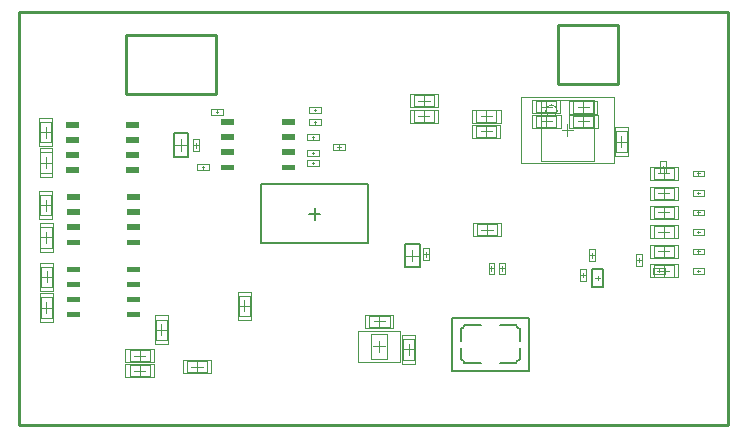
<source format=gko>
G04*
G04 #@! TF.GenerationSoftware,Altium Limited,Altium Designer,18.0.12 (696)*
G04*
G04 Layer_Color=16711935*
%FSLAX44Y44*%
%MOMM*%
G71*
G01*
G75*
%ADD14C,0.2540*%
%ADD15C,0.2000*%
%ADD19C,0.1270*%
%ADD20C,0.1000*%
%ADD21C,0.0500*%
G36*
X233180Y253840D02*
X222198D01*
Y258759D01*
X233180D01*
Y253840D01*
D02*
G37*
G36*
X182180D02*
X171085D01*
Y258806D01*
X182180D01*
Y253840D01*
D02*
G37*
G36*
X101704Y251804D02*
X90722D01*
Y256723D01*
X101704D01*
Y251804D01*
D02*
G37*
G36*
X50704D02*
X39609D01*
Y256770D01*
X50704D01*
Y251804D01*
D02*
G37*
G36*
X233180Y241140D02*
X222216D01*
Y246056D01*
X233180D01*
Y241140D01*
D02*
G37*
G36*
X182180D02*
X171096D01*
Y246064D01*
X182180D01*
Y241140D01*
D02*
G37*
G36*
X101704Y239104D02*
X90740D01*
Y244020D01*
X101704D01*
Y239104D01*
D02*
G37*
G36*
X50704D02*
X39620D01*
Y244028D01*
X50704D01*
Y239104D01*
D02*
G37*
G36*
X233180Y228440D02*
X222227D01*
Y233331D01*
X233180D01*
Y228440D01*
D02*
G37*
G36*
X182180D02*
X171150D01*
Y233336D01*
X182180D01*
Y228440D01*
D02*
G37*
G36*
X101704Y226404D02*
X90751D01*
Y231295D01*
X101704D01*
Y226404D01*
D02*
G37*
G36*
X50704D02*
X39674D01*
Y231300D01*
X50704D01*
Y226404D01*
D02*
G37*
G36*
X233180Y215740D02*
X222219D01*
Y220607D01*
X233180D01*
Y215740D01*
D02*
G37*
G36*
X182180D02*
X171150D01*
Y220624D01*
X182180D01*
Y215740D01*
D02*
G37*
G36*
X101704Y213704D02*
X90743D01*
Y218571D01*
X101704D01*
Y213704D01*
D02*
G37*
G36*
X50704D02*
X39674D01*
Y218588D01*
X50704D01*
Y213704D01*
D02*
G37*
G36*
X102212Y190336D02*
X91230D01*
Y195255D01*
X102212D01*
Y190336D01*
D02*
G37*
G36*
X51212D02*
X40117D01*
Y195302D01*
X51212D01*
Y190336D01*
D02*
G37*
G36*
X102212Y177636D02*
X91248D01*
Y182552D01*
X102212D01*
Y177636D01*
D02*
G37*
G36*
X51212D02*
X40128D01*
Y182560D01*
X51212D01*
Y177636D01*
D02*
G37*
G36*
X102212Y164936D02*
X91259D01*
Y169827D01*
X102212D01*
Y164936D01*
D02*
G37*
G36*
X51212D02*
X40182D01*
Y169832D01*
X51212D01*
Y164936D01*
D02*
G37*
G36*
X102212Y152236D02*
X91251D01*
Y157103D01*
X102212D01*
Y152236D01*
D02*
G37*
G36*
X51212D02*
X40182D01*
Y157120D01*
X51212D01*
Y152236D01*
D02*
G37*
G36*
X102356Y129204D02*
X91374D01*
Y134123D01*
X102356D01*
Y129204D01*
D02*
G37*
G36*
X51356D02*
X40261D01*
Y134170D01*
X51356D01*
Y129204D01*
D02*
G37*
G36*
X102356Y116504D02*
X91392D01*
Y121420D01*
X102356D01*
Y116504D01*
D02*
G37*
G36*
X51356D02*
X40272D01*
Y121428D01*
X51356D01*
Y116504D01*
D02*
G37*
G36*
X102356Y103804D02*
X91403D01*
Y108695D01*
X102356D01*
Y103804D01*
D02*
G37*
G36*
X51356D02*
X40326D01*
Y108700D01*
X51356D01*
Y103804D01*
D02*
G37*
G36*
X102356Y91104D02*
X91395D01*
Y95971D01*
X102356D01*
Y91104D01*
D02*
G37*
G36*
X51356D02*
X40326D01*
Y95988D01*
X51356D01*
Y91104D01*
D02*
G37*
D14*
X89990Y280468D02*
X166190D01*
X89990D02*
Y330252D01*
X166190D01*
Y280468D02*
Y330252D01*
X455930Y289052D02*
Y338836D01*
Y289052D02*
X506730D01*
Y338836D01*
X455930D02*
X506730D01*
X0Y0D02*
X600000D01*
X0D02*
Y350000D01*
X600000D01*
Y0D02*
Y350000D01*
D15*
X485307Y116710D02*
Y132210D01*
X493807D01*
Y116710D02*
Y132210D01*
X485307Y116710D02*
X493807D01*
X130656Y246982D02*
X143156D01*
X130656Y226982D02*
Y246982D01*
Y226982D02*
X143156D01*
Y246982D01*
X326490Y133510D02*
X338990D01*
Y153510D01*
X326490D02*
X338990D01*
X326490Y133510D02*
Y153510D01*
X205000Y153900D02*
X225000D01*
X205000D02*
Y203900D01*
X295000D01*
Y153900D02*
Y203900D01*
X225000Y153900D02*
X295000D01*
X250000Y173900D02*
Y183900D01*
Y178900D02*
Y183900D01*
X245000Y178900D02*
X250000D01*
X245000D02*
X255000D01*
D19*
X423780Y55580D02*
G03*
X420780Y52580I0J-3000D01*
G01*
X376780D02*
G03*
X373780Y55580I-3000J0D01*
G01*
X420780Y84580D02*
G03*
X423780Y81580I3000J0D01*
G01*
X373780D02*
G03*
X376780Y84580I0J3000D01*
G01*
X366280Y46080D02*
Y91080D01*
X431280D01*
Y46080D02*
Y91080D01*
X366280Y46080D02*
X431280D01*
X423780Y55580D02*
Y65580D01*
X406780Y52580D02*
X420780D01*
X376780D02*
X390780D01*
X373780Y55580D02*
Y65580D01*
X423780Y71580D02*
Y81580D01*
X406780Y84580D02*
X420780D01*
X376780D02*
X390780D01*
X373780Y71580D02*
Y81580D01*
D20*
X455602Y266004D02*
G03*
X455602Y266004I-5000J0D01*
G01*
X482132Y138764D02*
X487132D01*
Y148764D01*
X482132D02*
X487132D01*
X482132Y138764D02*
Y148764D01*
X475020Y122000D02*
X480020D01*
Y132000D01*
X475020D02*
X480020D01*
X475020Y122000D02*
Y132000D01*
X397296Y137588D02*
X402296D01*
Y127588D02*
Y137588D01*
X397296Y127588D02*
X402296D01*
X397296D02*
Y137588D01*
X406440D02*
X411440D01*
Y127588D02*
Y137588D01*
X406440Y127588D02*
X411440D01*
X406440D02*
Y137588D01*
X146852Y241982D02*
X151852D01*
X146852Y231982D02*
Y241982D01*
Y231982D02*
X151852D01*
Y241982D01*
X160496Y215690D02*
Y220690D01*
X150496D02*
X160496D01*
X150496Y215690D02*
Y220690D01*
Y215690D02*
X160496D01*
X162132Y262930D02*
Y267930D01*
Y262930D02*
X172132D01*
Y267930D01*
X162132D02*
X172132D01*
X342178Y139643D02*
X347178D01*
Y149643D01*
X342178D02*
X347178D01*
X342178Y139643D02*
Y149643D01*
X265764Y237958D02*
X275764D01*
X265764Y232958D02*
Y237958D01*
Y232958D02*
X275764D01*
Y237958D01*
X141618Y44780D02*
Y54280D01*
X159118Y44780D02*
Y54280D01*
X141618Y44780D02*
X159118D01*
X141618Y54280D02*
X159118D01*
X185750Y92518D02*
X195250D01*
X185750Y109518D02*
X195250D01*
Y92518D02*
Y109518D01*
X185750Y92518D02*
Y109518D01*
X522010Y134700D02*
X527010D01*
X522010D02*
Y144700D01*
X527010D01*
Y134700D02*
Y144700D01*
X536274Y128310D02*
Y133310D01*
X546274D01*
Y128310D02*
Y133310D01*
X536274Y128310D02*
X546274D01*
X542850Y213440D02*
X547850D01*
X542850D02*
Y223440D01*
X547850D01*
Y213440D02*
Y223440D01*
X387486Y160604D02*
Y170104D01*
X404486Y160604D02*
Y170104D01*
X387486Y160604D02*
X404486D01*
X387486Y170104D02*
X404486D01*
X245190Y264200D02*
Y269200D01*
Y264200D02*
X255190D01*
Y269200D01*
X245190D02*
X255190D01*
Y253790D02*
Y258790D01*
X245190D02*
X255190D01*
X245190Y253790D02*
Y258790D01*
Y253790D02*
X255190D01*
X253666Y241086D02*
Y246086D01*
X243666D02*
X253666D01*
X243666Y241086D02*
Y246086D01*
Y241086D02*
X253666D01*
Y227878D02*
Y232878D01*
X243666D02*
X253666D01*
X243666Y227878D02*
Y232878D01*
Y227878D02*
X253666D01*
X243666Y219496D02*
Y224496D01*
Y219496D02*
X253666D01*
Y224496D01*
X243666D02*
X253666D01*
X569980Y166000D02*
X579980D01*
Y161000D02*
Y166000D01*
X569980Y161000D02*
X579980D01*
X569980D02*
Y166000D01*
Y149490D02*
X579980D01*
Y144490D02*
Y149490D01*
X569980Y144490D02*
X579980D01*
X569980D02*
Y149490D01*
Y132980D02*
X579980D01*
Y127980D02*
Y132980D01*
X569980Y127980D02*
X579980D01*
X569980D02*
Y132980D01*
Y215530D02*
X579980D01*
Y210530D02*
Y215530D01*
X569980Y210530D02*
X579980D01*
X569980D02*
Y215530D01*
Y198870D02*
X579980D01*
Y193870D02*
Y198870D01*
X569980Y193870D02*
X579980D01*
X569980D02*
Y198870D01*
Y182510D02*
X579980D01*
Y177510D02*
Y182510D01*
X569980Y177510D02*
X579980D01*
X569980D02*
Y182510D01*
X537150Y168250D02*
X554150D01*
X537150Y158750D02*
X554150D01*
X537150D02*
Y168250D01*
X554150Y158750D02*
Y168250D01*
X537150Y151740D02*
X554150D01*
X537150Y142240D02*
X554150D01*
X537150D02*
Y151740D01*
X554150Y142240D02*
Y151740D01*
X537150Y135230D02*
X554150D01*
X537150Y125730D02*
X554150D01*
X537150D02*
Y135230D01*
X554150Y125730D02*
Y135230D01*
X537150Y217780D02*
X554150D01*
X537150Y208280D02*
X554150D01*
X537150D02*
Y217780D01*
X554150Y208280D02*
Y217780D01*
X537150Y201120D02*
X554150D01*
X537150Y191620D02*
X554150D01*
X537150D02*
Y201120D01*
X554150Y191620D02*
Y201120D01*
X537150Y184760D02*
X554150D01*
X537150Y175260D02*
X554150D01*
X537150D02*
Y184760D01*
X554150Y175260D02*
Y184760D01*
X468871Y273990D02*
X485872D01*
X468871Y264490D02*
X485872D01*
Y273990D01*
X468871Y264490D02*
Y273990D01*
X437646Y274244D02*
X454646D01*
X437646Y264744D02*
X454646D01*
Y274244D01*
X437646Y264744D02*
Y274244D01*
X437724Y261939D02*
X454724D01*
X437724Y252439D02*
X454724D01*
Y261939D01*
X437724Y252439D02*
Y261939D01*
X486063Y252298D02*
Y261798D01*
X469063Y252298D02*
Y261798D01*
X486063D01*
X469063Y252298D02*
X486063D01*
X386978Y266370D02*
X403978D01*
X386978Y256870D02*
X403978D01*
Y266370D01*
X386978Y256870D02*
Y266370D01*
X386822Y253550D02*
X403822D01*
X386822Y244050D02*
X403822D01*
Y253550D01*
X386822Y244050D02*
Y253550D01*
X334146Y269824D02*
X351146D01*
X334146Y279324D02*
X351146D01*
X334146Y269824D02*
Y279324D01*
X351146Y269824D02*
Y279324D01*
X333892Y256870D02*
X350892D01*
X333892Y266370D02*
X350892D01*
X333892Y256870D02*
Y266370D01*
X350892Y256870D02*
Y266370D01*
X17856Y213446D02*
Y230946D01*
X27356Y213446D02*
Y230946D01*
X17856Y213446D02*
X27356D01*
X17856Y230946D02*
X27356D01*
X296050Y92634D02*
X313550D01*
X296050Y83134D02*
X313550D01*
X296050D02*
Y92634D01*
X313550Y83134D02*
Y92634D01*
X324942Y55508D02*
Y72508D01*
X334442Y55508D02*
Y72508D01*
X324942Y55508D02*
X334442D01*
X324942Y72508D02*
X334442D01*
X311546Y55798D02*
Y77298D01*
X297546Y55798D02*
Y77298D01*
Y55798D02*
X311546D01*
X297546Y77298D02*
X311546D01*
X125146Y72367D02*
Y89367D01*
X115646Y72367D02*
Y89367D01*
X125146D01*
X115646Y72367D02*
X125146D01*
X514394Y231258D02*
Y248758D01*
X504893Y231258D02*
Y248758D01*
X514394D01*
X504893Y231258D02*
X514394D01*
X441602Y224004D02*
Y275004D01*
X486601Y224004D02*
Y275004D01*
X441602D02*
X486601D01*
X441602Y224004D02*
X486601D01*
X110354Y41462D02*
Y50962D01*
X93354Y41462D02*
Y50962D01*
X110354D01*
X93354Y41462D02*
X110354D01*
Y53924D02*
Y63424D01*
X93354Y53924D02*
Y63424D01*
X110354D01*
X93354Y53924D02*
X110354D01*
X18230Y108176D02*
X27730D01*
X18230Y90676D02*
X27730D01*
Y108176D01*
X18230Y90676D02*
Y108176D01*
X17900Y167714D02*
X27400D01*
X17900Y150214D02*
X27400D01*
Y167714D01*
X17900Y150214D02*
Y167714D01*
X17653Y256496D02*
X27153D01*
X17653Y239496D02*
X27153D01*
Y256496D01*
X17653Y239496D02*
Y256496D01*
X17448Y177629D02*
Y194629D01*
X26948Y177629D02*
Y194629D01*
X17448Y177629D02*
X26948D01*
X17448Y194629D02*
X26948D01*
X18409Y116976D02*
Y133976D01*
X27909Y116976D02*
Y133976D01*
X18409Y116976D02*
X27909D01*
X18409Y133976D02*
X27909D01*
X484632Y141764D02*
Y145764D01*
X482632Y143764D02*
X486632D01*
X477520Y125000D02*
Y129000D01*
X475520Y127000D02*
X479520D01*
X487557Y124460D02*
X491557D01*
X489557Y122460D02*
Y126460D01*
X399796Y130588D02*
Y134588D01*
X397796Y132588D02*
X401796D01*
X408940Y130588D02*
Y134588D01*
X406940Y132588D02*
X410940D01*
X149352Y234982D02*
Y238982D01*
X147352Y236982D02*
X151352D01*
X131906D02*
X141906D01*
X136906Y231982D02*
Y241982D01*
X327740Y143510D02*
X337740D01*
X332740Y138510D02*
Y148510D01*
X344678Y142643D02*
Y146643D01*
X342678Y144643D02*
X346678D01*
X270764Y233458D02*
Y237458D01*
X268764Y235458D02*
X272764D01*
X138368Y44030D02*
Y55030D01*
X162368Y44030D02*
Y55030D01*
X138368Y44030D02*
X162368D01*
X138368Y55030D02*
X162368D01*
X145618Y49530D02*
X155118D01*
X150368Y44780D02*
Y54280D01*
X185000Y89018D02*
X196000D01*
X185000Y113018D02*
X196000D01*
Y89018D02*
Y113018D01*
X185000Y89018D02*
Y113018D01*
X190500Y96268D02*
Y105768D01*
X185750Y101018D02*
X195250D01*
X524510Y137700D02*
Y141700D01*
X522510Y139700D02*
X526510D01*
X383986Y159854D02*
Y170854D01*
X407986Y159854D02*
Y170854D01*
X383986Y159854D02*
X407986D01*
X383986Y170854D02*
X407986D01*
X391236Y165354D02*
X400736D01*
X395986Y160604D02*
Y170104D01*
X545650Y158750D02*
Y168250D01*
X540900Y163500D02*
X550400D01*
X533650Y169000D02*
X557650D01*
X533650Y158000D02*
X557650D01*
X533650D02*
Y169000D01*
X557650Y158000D02*
Y169000D01*
X545650Y142240D02*
Y151740D01*
X540900Y146990D02*
X550400D01*
X533650Y152490D02*
X557650D01*
X533650Y141490D02*
X557650D01*
X533650D02*
Y152490D01*
X557650Y141490D02*
Y152490D01*
X545650Y125730D02*
Y135230D01*
X540900Y130480D02*
X550400D01*
X533650Y135980D02*
X557650D01*
X533650Y124980D02*
X557650D01*
X533650D02*
Y135980D01*
X557650Y124980D02*
Y135980D01*
X545650Y208280D02*
Y217780D01*
X540900Y213030D02*
X550400D01*
X533650Y218530D02*
X557650D01*
X533650Y207530D02*
X557650D01*
X533650D02*
Y218530D01*
X557650Y207530D02*
Y218530D01*
X545650Y191620D02*
Y201120D01*
X540900Y196370D02*
X550400D01*
X533650Y201870D02*
X557650D01*
X533650Y190870D02*
X557650D01*
X533650D02*
Y201870D01*
X557650Y190870D02*
Y201870D01*
X545650Y175260D02*
Y184760D01*
X540900Y180010D02*
X550400D01*
X533650Y185510D02*
X557650D01*
X533650Y174510D02*
X557650D01*
X533650D02*
Y185510D01*
X557650Y174510D02*
Y185510D01*
X477371Y264490D02*
Y273990D01*
X472621Y269240D02*
X482122D01*
X465372Y274740D02*
X489371D01*
X465372Y263740D02*
X489371D01*
Y274740D01*
X465372Y263740D02*
Y274740D01*
X446147Y264744D02*
Y274244D01*
X441397Y269494D02*
X450896D01*
X434147Y274994D02*
X458147D01*
X434147Y263994D02*
X458147D01*
Y274994D01*
X434147Y263994D02*
Y274994D01*
X446224Y252439D02*
Y261939D01*
X441474Y257189D02*
X450974D01*
X434224Y262689D02*
X458224D01*
X434224Y251689D02*
X458224D01*
Y262689D01*
X434224Y251689D02*
Y262689D01*
X489563Y251548D02*
Y262548D01*
X465564Y251548D02*
Y262548D01*
X489563D01*
X465564Y251548D02*
X489563D01*
X472813Y257048D02*
X482313D01*
X477564Y252298D02*
Y261798D01*
X395478Y256870D02*
Y266370D01*
X390728Y261620D02*
X400228D01*
X383478Y267120D02*
X407478D01*
X383478Y256120D02*
X407478D01*
Y267120D01*
X383478Y256120D02*
Y267120D01*
X395322Y244050D02*
Y253550D01*
X390572Y248800D02*
X400072D01*
X383322Y254300D02*
X407322D01*
X383322Y243300D02*
X407322D01*
Y254300D01*
X383322Y243300D02*
Y254300D01*
X342646Y269824D02*
Y279324D01*
X337896Y274574D02*
X347396D01*
X330646Y269074D02*
X354646D01*
X330646Y280074D02*
X354646D01*
X330646Y269074D02*
Y280074D01*
X354646Y269074D02*
Y280074D01*
X342392Y256870D02*
Y266370D01*
X337642Y261620D02*
X347142D01*
X330392Y256120D02*
X354392D01*
X330392Y267120D02*
X354392D01*
X330392Y256120D02*
Y267120D01*
X354392Y256120D02*
Y267120D01*
X17856Y222196D02*
X27356D01*
X22606Y217446D02*
Y226946D01*
X17106Y210196D02*
Y234196D01*
X28106Y210196D02*
Y234196D01*
X17106Y210196D02*
X28106D01*
X17106Y234196D02*
X28106D01*
X304800Y83134D02*
Y92634D01*
X300050Y87884D02*
X309550D01*
X292800Y93384D02*
X316800D01*
X292800Y82384D02*
X316800D01*
X292800D02*
Y93384D01*
X316800Y82384D02*
Y93384D01*
X324942Y64008D02*
X334442D01*
X329692Y59258D02*
Y68758D01*
X324192Y52008D02*
Y76008D01*
X335192Y52008D02*
Y76008D01*
X324192Y52008D02*
X335192D01*
X324192Y76008D02*
X335192D01*
X299546Y66548D02*
X309546D01*
X304546Y61548D02*
Y71548D01*
X115646Y80867D02*
X125146D01*
X120396Y76117D02*
Y85617D01*
X125896Y68867D02*
Y92867D01*
X114896Y68867D02*
Y92867D01*
X125896D01*
X114896Y68867D02*
X125896D01*
X504893Y240008D02*
X514394D01*
X509644Y235258D02*
Y244758D01*
X515144Y228008D02*
Y252008D01*
X504143Y228008D02*
Y252008D01*
X515144D01*
X504143Y228008D02*
X515144D01*
X459101Y249504D02*
X469102D01*
X464101Y244504D02*
Y254504D01*
X113854Y40712D02*
Y51712D01*
X89854Y40712D02*
Y51712D01*
X113854D01*
X89854Y40712D02*
X113854D01*
X97104Y46212D02*
X106604D01*
X101854Y41462D02*
Y50962D01*
X113854Y53174D02*
Y64174D01*
X89854Y53174D02*
Y64174D01*
X113854D01*
X89854Y53174D02*
X113854D01*
X97104Y58674D02*
X106604D01*
X101854Y53924D02*
Y63424D01*
X17480Y111426D02*
X28480D01*
X17480Y87426D02*
X28480D01*
Y111426D01*
X17480Y87426D02*
Y111426D01*
X22980Y94676D02*
Y104176D01*
X18230Y99426D02*
X27730D01*
X17150Y170964D02*
X28150D01*
X17150Y146964D02*
X28150D01*
Y170964D01*
X17150Y146964D02*
Y170964D01*
X22650Y154214D02*
Y163714D01*
X17900Y158964D02*
X27400D01*
X16903Y259996D02*
X27903D01*
X16903Y235996D02*
X27903D01*
Y259996D01*
X16903Y235996D02*
Y259996D01*
X22403Y243246D02*
Y252746D01*
X17653Y247996D02*
X27153D01*
X17448Y186129D02*
X26948D01*
X22198Y181379D02*
Y190879D01*
X16698Y174129D02*
Y198129D01*
X27698Y174129D02*
Y198129D01*
X16698Y174129D02*
X27698D01*
X16698Y198129D02*
X27698D01*
X18409Y125476D02*
X27909D01*
X23159Y120726D02*
Y130226D01*
X17659Y113476D02*
Y137476D01*
X28659Y113476D02*
Y137476D01*
X17659Y113476D02*
X28659D01*
X17659Y137476D02*
X28659D01*
D21*
X154496Y218190D02*
X156496D01*
X155496Y217190D02*
Y219190D01*
X166132Y265430D02*
X168132D01*
X167132Y264430D02*
Y266430D01*
X540274Y130810D02*
X542274D01*
X541274Y129810D02*
Y131810D01*
X545350Y217440D02*
Y219440D01*
X544350Y218440D02*
X546350D01*
X249190Y266700D02*
X251190D01*
X250190Y265700D02*
Y267700D01*
X249190Y256290D02*
X251190D01*
X250190Y255290D02*
Y257290D01*
X247666Y243586D02*
X249666D01*
X248666Y242586D02*
Y244586D01*
X247666Y230378D02*
X249666D01*
X248666Y229378D02*
Y231378D01*
X247666Y221996D02*
X249666D01*
X248666Y220996D02*
Y222996D01*
X574980Y162500D02*
Y164500D01*
X573980Y163500D02*
X575980D01*
X574980Y145990D02*
Y147990D01*
X573980Y146990D02*
X575980D01*
X574980Y129480D02*
Y131480D01*
X573980Y130480D02*
X575980D01*
X574980Y212030D02*
Y214030D01*
X573980Y213030D02*
X575980D01*
X574980Y195370D02*
Y197370D01*
X573980Y196370D02*
X575980D01*
X574980Y179010D02*
Y181010D01*
X573980Y180010D02*
X575980D01*
X322546Y53048D02*
Y80048D01*
X286546Y53048D02*
Y80048D01*
Y53048D02*
X322546D01*
X286546Y80048D02*
X322546D01*
X425102Y221504D02*
Y277504D01*
X503102Y221504D02*
Y277504D01*
X425102D02*
X503102D01*
X425102Y221504D02*
X503102D01*
M02*

</source>
